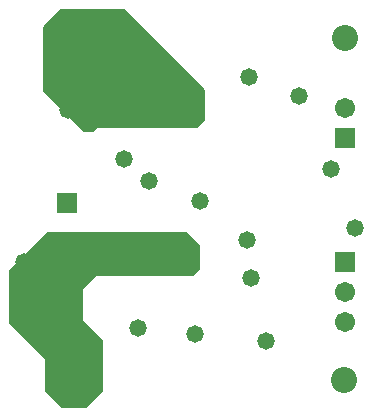
<source format=gbs>
G04 Layer_Color=16711935*
%FSLAX25Y25*%
%MOIN*%
G70*
G01*
G75*
%ADD32R,0.06706X0.06706*%
%ADD33C,0.06706*%
%ADD34C,0.08674*%
%ADD35C,0.05800*%
G36*
X67913Y57677D02*
Y57480D01*
Y49803D01*
X65551Y47441D01*
X33071D01*
X28740Y43110D01*
X28740D01*
Y32677D01*
X35433Y25984D01*
X35630D01*
Y9055D01*
X35433Y8858D01*
X29921Y3347D01*
X21654D01*
X21457Y3543D01*
X16339Y8661D01*
Y8858D01*
Y19488D01*
X4134Y31693D01*
Y49016D01*
Y49213D01*
X16929Y62008D01*
X63583D01*
X67913Y57677D01*
D02*
G37*
G36*
X69488Y109449D02*
Y109252D01*
Y99213D01*
X67126Y96850D01*
X33465D01*
X32087Y95472D01*
X28740D01*
X15354Y108858D01*
Y130315D01*
X15748Y130709D01*
X21260Y136221D01*
X42717D01*
X69488Y109449D01*
D02*
G37*
D32*
X23425Y71653D02*
D03*
X18504Y37795D02*
D03*
X37795Y113779D02*
D03*
X116142Y51968D02*
D03*
X116339Y93307D02*
D03*
D33*
X116142Y31969D02*
D03*
Y41969D02*
D03*
X116339Y103307D02*
D03*
D34*
X25945Y12598D02*
D03*
X115945D02*
D03*
X116339Y126575D02*
D03*
X26339D02*
D03*
D35*
X23720Y102854D02*
D03*
X67913Y72441D02*
D03*
X89961Y25787D02*
D03*
X119488Y63386D02*
D03*
X111417Y83071D02*
D03*
X66339Y27953D02*
D03*
X50787Y79134D02*
D03*
X83465Y59449D02*
D03*
X100787Y107480D02*
D03*
X84252Y113779D02*
D03*
X84842Y46654D02*
D03*
X9252Y51968D02*
D03*
X47047Y29921D02*
D03*
X42520Y86417D02*
D03*
M02*

</source>
